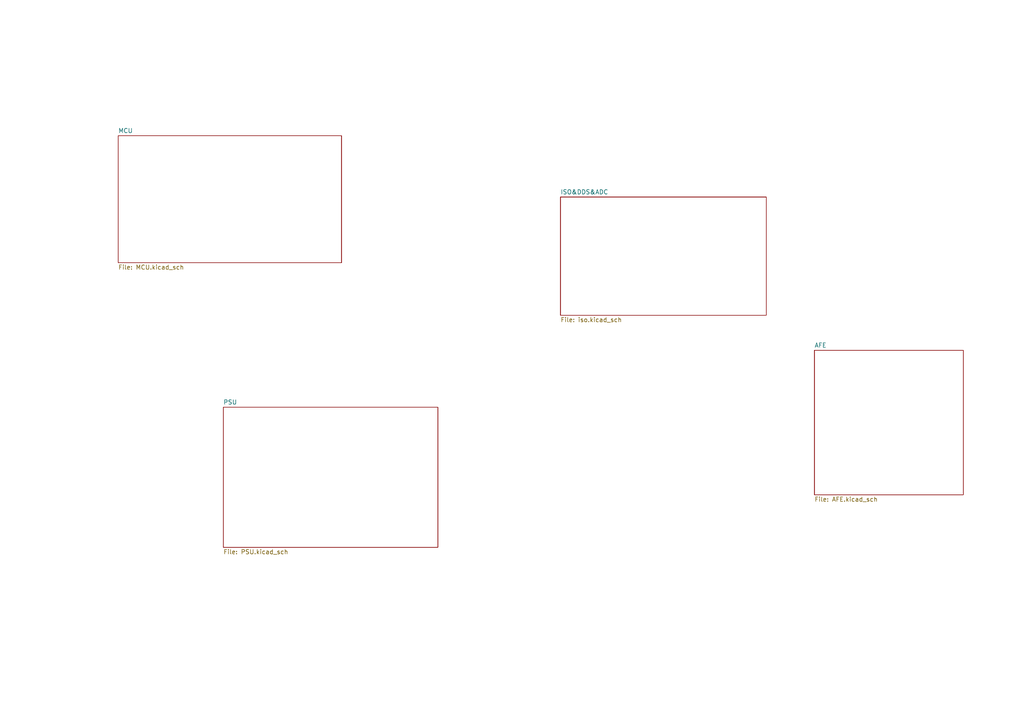
<source format=kicad_sch>
(kicad_sch (version 20230121) (generator eeschema)
  (paper "A4")
  (lib_symbols)
  (sheet (at 236.22 101.6) (size 43.18 41.91) (stroke (width 0.1524))
    (property "Sheetname" "AFE" (at 236.22 100.8884 0) (effects (justify left bottom)))
    (property "Sheetfile" "AFE.kicad_sch" (at 236.22 144.0946 0) (effects (justify left top)))
  )
  (sheet (at 162.56 57.15) (size 59.69 34.29) (stroke (width 0.1524))
    (property "Sheetname" "ISO&DDS&ADC" (at 162.56 56.4384 0) (effects (justify left bottom)))
    (property "Sheetfile" "iso.kicad_sch" (at 162.56 92.0246 0) (effects (justify left top)))
  )
  (sheet (at 64.77 118.11) (size 62.23 40.64) (stroke (width 0.1524))
    (property "Sheetname" "PSU" (at 64.77 117.3984 0) (effects (justify left bottom)))
    (property "Sheetfile" "PSU.kicad_sch" (at 64.77 159.3346 0) (effects (justify left top)))
  )
  (sheet (at 34.29 39.37) (size 64.77 36.83) (stroke (width 0.1524))
    (property "Sheetname" "MCU" (at 34.29 38.6584 0) (effects (justify left bottom)))
    (property "Sheetfile" "MCU.kicad_sch" (at 34.29 76.7846 0) (effects (justify left top)))
  )
)
</source>
